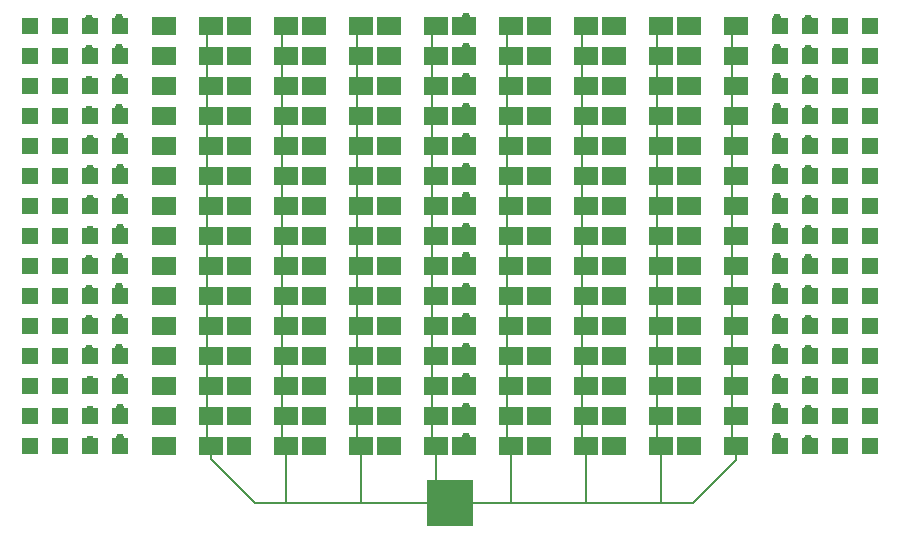
<source format=gtl>
G04 #@! TF.FileFunction,Copper,L1,Top,Signal*
%FSLAX46Y46*%
G04 Gerber Fmt 4.6, Leading zero omitted, Abs format (unit mm)*
G04 Created by KiCad (PCBNEW 4.0.0-rc1-stable) date 09/10/2015 1:57:45 PM*
%MOMM*%
G01*
G04 APERTURE LIST*
%ADD10C,0.150000*%
%ADD11R,3.898900X3.898900*%
%ADD12R,1.399540X1.399540*%
%ADD13R,2.000000X1.600000*%
%ADD14C,0.762000*%
%ADD15C,0.177800*%
G04 APERTURE END LIST*
D10*
D11*
X76200000Y-83566000D03*
D12*
X104140000Y-43180000D03*
X106680000Y-43180000D03*
X109220000Y-43180000D03*
X111760000Y-43180000D03*
X104140000Y-45720000D03*
X106680000Y-45720000D03*
X109220000Y-45720000D03*
X111760000Y-45720000D03*
X104140000Y-48260000D03*
X106680000Y-48260000D03*
X109220000Y-48260000D03*
X111760000Y-48260000D03*
X104140000Y-50800000D03*
X106680000Y-50800000D03*
X109220000Y-50800000D03*
X111760000Y-50800000D03*
X104140000Y-53340000D03*
X106680000Y-53340000D03*
X109220000Y-53340000D03*
X111760000Y-53340000D03*
X104140000Y-55880000D03*
X106680000Y-55880000D03*
X109220000Y-55880000D03*
X111760000Y-55880000D03*
X104140000Y-58420000D03*
X106680000Y-58420000D03*
X109220000Y-58420000D03*
X111760000Y-58420000D03*
X104140000Y-60960000D03*
X106680000Y-60960000D03*
X109220000Y-60960000D03*
X111760000Y-60960000D03*
X104140000Y-63500000D03*
X106680000Y-63500000D03*
X109220000Y-63500000D03*
X111760000Y-63500000D03*
X104140000Y-66040000D03*
X106680000Y-66040000D03*
X109220000Y-66040000D03*
X111760000Y-66040000D03*
X104140000Y-68580000D03*
X106680000Y-68580000D03*
X109220000Y-68580000D03*
X111760000Y-68580000D03*
X104140000Y-71120000D03*
X106680000Y-71120000D03*
X109220000Y-71120000D03*
X111760000Y-71120000D03*
X104140000Y-73660000D03*
X106680000Y-73660000D03*
X109220000Y-73660000D03*
X111760000Y-73660000D03*
X104140000Y-76200000D03*
X106680000Y-76200000D03*
X109220000Y-76200000D03*
X111760000Y-76200000D03*
X104140000Y-78740000D03*
X106680000Y-78740000D03*
X109220000Y-78740000D03*
X111760000Y-78740000D03*
X40640000Y-78740000D03*
X43180000Y-78740000D03*
X45720000Y-78740000D03*
X48260000Y-78740000D03*
X40640000Y-76200000D03*
X43180000Y-76200000D03*
X45720000Y-76200000D03*
X48260000Y-76200000D03*
X40640000Y-73660000D03*
X43180000Y-73660000D03*
X45720000Y-73660000D03*
X48260000Y-73660000D03*
X40640000Y-71120000D03*
X43180000Y-71120000D03*
X45720000Y-71120000D03*
X48260000Y-71120000D03*
X40640000Y-68580000D03*
X43180000Y-68580000D03*
X45720000Y-68580000D03*
X48260000Y-68580000D03*
X40640000Y-66040000D03*
X43180000Y-66040000D03*
X45720000Y-66040000D03*
X48260000Y-66040000D03*
X40640000Y-63500000D03*
X43180000Y-63500000D03*
X45720000Y-63500000D03*
X48260000Y-63500000D03*
X40640000Y-60960000D03*
X43180000Y-60960000D03*
X45720000Y-60960000D03*
X48260000Y-60960000D03*
X40640000Y-58420000D03*
X43180000Y-58420000D03*
X45720000Y-58420000D03*
X48260000Y-58420000D03*
X40640000Y-55880000D03*
X43180000Y-55880000D03*
X45720000Y-55880000D03*
X48260000Y-55880000D03*
X40640000Y-53340000D03*
X43180000Y-53340000D03*
X45720000Y-53340000D03*
X48260000Y-53340000D03*
X40640000Y-50800000D03*
X43180000Y-50800000D03*
X45720000Y-50800000D03*
X48260000Y-50800000D03*
X40640000Y-48260000D03*
X43180000Y-48260000D03*
X45720000Y-48260000D03*
X48260000Y-48260000D03*
X40640000Y-45720000D03*
X43180000Y-45720000D03*
X45720000Y-45720000D03*
X48260000Y-45720000D03*
X40640000Y-43180000D03*
X43180000Y-43180000D03*
X45720000Y-43180000D03*
X48260000Y-43180000D03*
D13*
X77375000Y-43180000D03*
X81375000Y-43180000D03*
X83725000Y-43180000D03*
X87725000Y-43180000D03*
X90075000Y-43180000D03*
X94075000Y-43180000D03*
X96425000Y-43180000D03*
X100425000Y-43180000D03*
X77375000Y-45720000D03*
X81375000Y-45720000D03*
X83725000Y-45720000D03*
X87725000Y-45720000D03*
X90075000Y-45720000D03*
X94075000Y-45720000D03*
X96425000Y-45720000D03*
X100425000Y-45720000D03*
X77375000Y-48260000D03*
X81375000Y-48260000D03*
X83725000Y-48260000D03*
X87725000Y-48260000D03*
X90075000Y-48260000D03*
X94075000Y-48260000D03*
X96425000Y-48260000D03*
X100425000Y-48260000D03*
X77375000Y-50800000D03*
X81375000Y-50800000D03*
X83725000Y-50800000D03*
X87725000Y-50800000D03*
X90075000Y-50800000D03*
X94075000Y-50800000D03*
X96425000Y-50800000D03*
X100425000Y-50800000D03*
X77375000Y-53340000D03*
X81375000Y-53340000D03*
X83725000Y-53340000D03*
X87725000Y-53340000D03*
X90075000Y-53340000D03*
X94075000Y-53340000D03*
X96425000Y-53340000D03*
X100425000Y-53340000D03*
X77375000Y-55880000D03*
X81375000Y-55880000D03*
X83725000Y-55880000D03*
X87725000Y-55880000D03*
X90075000Y-55880000D03*
X94075000Y-55880000D03*
X96425000Y-55880000D03*
X100425000Y-55880000D03*
X77375000Y-58420000D03*
X81375000Y-58420000D03*
X83725000Y-58420000D03*
X87725000Y-58420000D03*
X90075000Y-58420000D03*
X94075000Y-58420000D03*
X96425000Y-58420000D03*
X100425000Y-58420000D03*
X77375000Y-60960000D03*
X81375000Y-60960000D03*
X83725000Y-60960000D03*
X87725000Y-60960000D03*
X90075000Y-60960000D03*
X94075000Y-60960000D03*
X96425000Y-60960000D03*
X100425000Y-60960000D03*
X77375000Y-63500000D03*
X81375000Y-63500000D03*
X83725000Y-63500000D03*
X87725000Y-63500000D03*
X90075000Y-63500000D03*
X94075000Y-63500000D03*
X96425000Y-63500000D03*
X100425000Y-63500000D03*
X77375000Y-66040000D03*
X81375000Y-66040000D03*
X83725000Y-66040000D03*
X87725000Y-66040000D03*
X90075000Y-66040000D03*
X94075000Y-66040000D03*
X96425000Y-66040000D03*
X100425000Y-66040000D03*
X77375000Y-68580000D03*
X81375000Y-68580000D03*
X83725000Y-68580000D03*
X87725000Y-68580000D03*
X90075000Y-68580000D03*
X94075000Y-68580000D03*
X96425000Y-68580000D03*
X100425000Y-68580000D03*
X77375000Y-71120000D03*
X81375000Y-71120000D03*
X83725000Y-71120000D03*
X87725000Y-71120000D03*
X90075000Y-71120000D03*
X94075000Y-71120000D03*
X96425000Y-71120000D03*
X100425000Y-71120000D03*
X77375000Y-73660000D03*
X81375000Y-73660000D03*
X83725000Y-73660000D03*
X87725000Y-73660000D03*
X90075000Y-73660000D03*
X94075000Y-73660000D03*
X96425000Y-73660000D03*
X100425000Y-73660000D03*
X77375000Y-76200000D03*
X81375000Y-76200000D03*
X83725000Y-76200000D03*
X87725000Y-76200000D03*
X90075000Y-76200000D03*
X94075000Y-76200000D03*
X96425000Y-76200000D03*
X100425000Y-76200000D03*
X77375000Y-78740000D03*
X81375000Y-78740000D03*
X83725000Y-78740000D03*
X87725000Y-78740000D03*
X90075000Y-78740000D03*
X94075000Y-78740000D03*
X96425000Y-78740000D03*
X100425000Y-78740000D03*
X51975000Y-78740000D03*
X55975000Y-78740000D03*
X58325000Y-78740000D03*
X62325000Y-78740000D03*
X64675000Y-78740000D03*
X68675000Y-78740000D03*
X71025000Y-78740000D03*
X75025000Y-78740000D03*
X51975000Y-76200000D03*
X55975000Y-76200000D03*
X58325000Y-76200000D03*
X62325000Y-76200000D03*
X64675000Y-76200000D03*
X68675000Y-76200000D03*
X71025000Y-76200000D03*
X75025000Y-76200000D03*
X51975000Y-73660000D03*
X55975000Y-73660000D03*
X58325000Y-73660000D03*
X62325000Y-73660000D03*
X64675000Y-73660000D03*
X68675000Y-73660000D03*
X71025000Y-73660000D03*
X75025000Y-73660000D03*
X51975000Y-71120000D03*
X55975000Y-71120000D03*
X58325000Y-71120000D03*
X62325000Y-71120000D03*
X64675000Y-71120000D03*
X68675000Y-71120000D03*
X71025000Y-71120000D03*
X75025000Y-71120000D03*
X51975000Y-68580000D03*
X55975000Y-68580000D03*
X58325000Y-68580000D03*
X62325000Y-68580000D03*
X64675000Y-68580000D03*
X68675000Y-68580000D03*
X71025000Y-68580000D03*
X75025000Y-68580000D03*
X51975000Y-66040000D03*
X55975000Y-66040000D03*
X58325000Y-66040000D03*
X62325000Y-66040000D03*
X64675000Y-66040000D03*
X68675000Y-66040000D03*
X71025000Y-66040000D03*
X75025000Y-66040000D03*
X51975000Y-63500000D03*
X55975000Y-63500000D03*
X58325000Y-63500000D03*
X62325000Y-63500000D03*
X64675000Y-63500000D03*
X68675000Y-63500000D03*
X71025000Y-63500000D03*
X75025000Y-63500000D03*
X51975000Y-60960000D03*
X55975000Y-60960000D03*
X58325000Y-60960000D03*
X62325000Y-60960000D03*
X64675000Y-60960000D03*
X68675000Y-60960000D03*
X71025000Y-60960000D03*
X75025000Y-60960000D03*
X51975000Y-58420000D03*
X55975000Y-58420000D03*
X58325000Y-58420000D03*
X62325000Y-58420000D03*
X64675000Y-58420000D03*
X68675000Y-58420000D03*
X71025000Y-58420000D03*
X75025000Y-58420000D03*
X51975000Y-55880000D03*
X55975000Y-55880000D03*
X58325000Y-55880000D03*
X62325000Y-55880000D03*
X64675000Y-55880000D03*
X68675000Y-55880000D03*
X71025000Y-55880000D03*
X75025000Y-55880000D03*
X51975000Y-53340000D03*
X55975000Y-53340000D03*
X58325000Y-53340000D03*
X62325000Y-53340000D03*
X64675000Y-53340000D03*
X68675000Y-53340000D03*
X71025000Y-53340000D03*
X75025000Y-53340000D03*
X51975000Y-50800000D03*
X55975000Y-50800000D03*
X58325000Y-50800000D03*
X62325000Y-50800000D03*
X64675000Y-50800000D03*
X68675000Y-50800000D03*
X71025000Y-50800000D03*
X75025000Y-50800000D03*
X51975000Y-48260000D03*
X55975000Y-48260000D03*
X58325000Y-48260000D03*
X62325000Y-48260000D03*
X64675000Y-48260000D03*
X68675000Y-48260000D03*
X71025000Y-48260000D03*
X75025000Y-48260000D03*
X51975000Y-45720000D03*
X55975000Y-45720000D03*
X58325000Y-45720000D03*
X62325000Y-45720000D03*
X64675000Y-45720000D03*
X68675000Y-45720000D03*
X71025000Y-45720000D03*
X75025000Y-45720000D03*
X51975000Y-43180000D03*
X55975000Y-43180000D03*
X58325000Y-43180000D03*
X62325000Y-43180000D03*
X64675000Y-43180000D03*
X68675000Y-43180000D03*
X71025000Y-43180000D03*
X75025000Y-43180000D03*
D14*
X103950000Y-42450000D03*
X77614780Y-42397520D03*
X84074000Y-43180000D03*
X106500000Y-42600000D03*
X90424000Y-43180000D03*
X109250000Y-42950000D03*
X96750000Y-43600000D03*
X111760000Y-43180000D03*
X77614780Y-44947520D03*
X103950000Y-45000000D03*
X106500000Y-45150000D03*
X84074000Y-45730000D03*
X109250000Y-45500000D03*
X90424000Y-45730000D03*
X111760000Y-45730000D03*
X96750000Y-46150000D03*
X77614780Y-47447520D03*
X103950000Y-47500000D03*
X106500000Y-47650000D03*
X84074000Y-48230000D03*
X109250000Y-48000000D03*
X90424000Y-48230000D03*
X111760000Y-48230000D03*
X96750000Y-48650000D03*
X103950000Y-50050000D03*
X77614780Y-49997520D03*
X84074000Y-50780000D03*
X106500000Y-50200000D03*
X90424000Y-50780000D03*
X109250000Y-50550000D03*
X96750000Y-51200000D03*
X111760000Y-50780000D03*
X77614780Y-52547520D03*
X103950000Y-52600000D03*
X106500000Y-52750000D03*
X84074000Y-53330000D03*
X109250000Y-53100000D03*
X90424000Y-53330000D03*
X111760000Y-53330000D03*
X96750000Y-53750000D03*
X103950000Y-55150000D03*
X77614780Y-55097520D03*
X84074000Y-55880000D03*
X106500000Y-55300000D03*
X90424000Y-55880000D03*
X109250000Y-55650000D03*
X96750000Y-56300000D03*
X111760000Y-55880000D03*
X103950000Y-57650000D03*
X77614780Y-57597520D03*
X84074000Y-58380000D03*
X106500000Y-57800000D03*
X90424000Y-58380000D03*
X109250000Y-58150000D03*
X96750000Y-58800000D03*
X111760000Y-58380000D03*
X77614780Y-60147520D03*
X103950000Y-60200000D03*
X106500000Y-60350000D03*
X84074000Y-60930000D03*
X109250000Y-60700000D03*
X90424000Y-60930000D03*
X111760000Y-60930000D03*
X96750000Y-61350000D03*
X77614780Y-62647520D03*
X103950000Y-62700000D03*
X106500000Y-62850000D03*
X84074000Y-63430000D03*
X109250000Y-63200000D03*
X90424000Y-63430000D03*
X111760000Y-63430000D03*
X96750000Y-63850000D03*
X103950000Y-65300000D03*
X77614780Y-65247520D03*
X84074000Y-66030000D03*
X106500000Y-65450000D03*
X90424000Y-66030000D03*
X109250000Y-65800000D03*
X96750000Y-66450000D03*
X111760000Y-66030000D03*
X77614780Y-67797520D03*
X103950000Y-67850000D03*
X106500000Y-68000000D03*
X84074000Y-68580000D03*
X109250000Y-68350000D03*
X90424000Y-68580000D03*
X111760000Y-68580000D03*
X96750000Y-69000000D03*
X103950000Y-70400000D03*
X77614780Y-70347520D03*
X84074000Y-71130000D03*
X106500000Y-70550000D03*
X90424000Y-71130000D03*
X109250000Y-70900000D03*
X96750000Y-71550000D03*
X111760000Y-71130000D03*
X77614780Y-72897520D03*
X103950000Y-72950000D03*
X106500000Y-73100000D03*
X84074000Y-73680000D03*
X109250000Y-73450000D03*
X90424000Y-73680000D03*
X111760000Y-73680000D03*
X96750000Y-74100000D03*
X103950000Y-75450000D03*
X77614780Y-75397520D03*
X106500000Y-75600000D03*
X84074000Y-76180000D03*
X109250000Y-75950000D03*
X90424000Y-76180000D03*
X111760000Y-76180000D03*
X96750000Y-76600000D03*
X103950000Y-78000000D03*
X77614780Y-77947520D03*
X84074000Y-78730000D03*
X106500000Y-78150000D03*
X90424000Y-78730000D03*
X109250000Y-78500000D03*
X96750000Y-79150000D03*
X111760000Y-78730000D03*
X52400000Y-79100000D03*
X40690000Y-78780000D03*
X58724000Y-78780000D03*
X43150000Y-78450000D03*
X65074000Y-78780000D03*
X65074000Y-78780000D03*
X45750000Y-78200000D03*
X71424000Y-78780000D03*
X71424000Y-78780000D03*
X48250000Y-78050000D03*
X71424000Y-78780000D03*
X52400000Y-76550000D03*
X40690000Y-76230000D03*
X58724000Y-76230000D03*
X43150000Y-75900000D03*
X65074000Y-76230000D03*
X65074000Y-76230000D03*
X45750000Y-75650000D03*
X48250000Y-75500000D03*
X71424000Y-76230000D03*
X71424000Y-76230000D03*
X71424000Y-76230000D03*
X40690000Y-73680000D03*
X52400000Y-74000000D03*
X43150000Y-73350000D03*
X58724000Y-73680000D03*
X65074000Y-73680000D03*
X45750000Y-73100000D03*
X65074000Y-73680000D03*
X71424000Y-73680000D03*
X71424000Y-73680000D03*
X71424000Y-73680000D03*
X48250000Y-72950000D03*
X40640000Y-71130000D03*
X52350000Y-71450000D03*
X43100000Y-70800000D03*
X58674000Y-71130000D03*
X65024000Y-71130000D03*
X45700000Y-70550000D03*
X65024000Y-71130000D03*
X71374000Y-71130000D03*
X71374000Y-71130000D03*
X71374000Y-71130000D03*
X48200000Y-70400000D03*
X52350000Y-68900000D03*
X40640000Y-68580000D03*
X58674000Y-68580000D03*
X43100000Y-68250000D03*
X65024000Y-68580000D03*
X65024000Y-68580000D03*
X45700000Y-68000000D03*
X48200000Y-67850000D03*
X71374000Y-68580000D03*
X71374000Y-68580000D03*
X71374000Y-68580000D03*
X52350000Y-66350000D03*
X40640000Y-66030000D03*
X58674000Y-66030000D03*
X43100000Y-65700000D03*
X65024000Y-66030000D03*
X65024000Y-66030000D03*
X45700000Y-65450000D03*
X71374000Y-66030000D03*
X71374000Y-66030000D03*
X48200000Y-65300000D03*
X71374000Y-66030000D03*
X40640000Y-63480000D03*
X52350000Y-63800000D03*
X43100000Y-63150000D03*
X58674000Y-63480000D03*
X65024000Y-63480000D03*
X45700000Y-62900000D03*
X65024000Y-63480000D03*
X71374000Y-63480000D03*
X71374000Y-63480000D03*
X71374000Y-63480000D03*
X48200000Y-62750000D03*
X40690000Y-60980000D03*
X52400000Y-61300000D03*
X43150000Y-60650000D03*
X58724000Y-60980000D03*
X65074000Y-60980000D03*
X45750000Y-60400000D03*
X65074000Y-60980000D03*
X71424000Y-60980000D03*
X48250000Y-60250000D03*
X71424000Y-60980000D03*
X71424000Y-60980000D03*
X52400000Y-58750000D03*
X40690000Y-58430000D03*
X58724000Y-58430000D03*
X43150000Y-58100000D03*
X65074000Y-58430000D03*
X65074000Y-58430000D03*
X45750000Y-57850000D03*
X71424000Y-58430000D03*
X71424000Y-58430000D03*
X48250000Y-57700000D03*
X71424000Y-58430000D03*
X52400000Y-56200000D03*
X40690000Y-55880000D03*
X58724000Y-55880000D03*
X43150000Y-55550000D03*
X65074000Y-55880000D03*
X65074000Y-55880000D03*
X45750000Y-55300000D03*
X71424000Y-55880000D03*
X71424000Y-55880000D03*
X48250000Y-55150000D03*
X71424000Y-55880000D03*
X40690000Y-53330000D03*
X52400000Y-53650000D03*
X43150000Y-53000000D03*
X58724000Y-53330000D03*
X65074000Y-53330000D03*
X45750000Y-52750000D03*
X65074000Y-53330000D03*
X71424000Y-53330000D03*
X71424000Y-53330000D03*
X71424000Y-53330000D03*
X48250000Y-52600000D03*
X52350000Y-51150000D03*
X40640000Y-50830000D03*
X58674000Y-50830000D03*
X43100000Y-50500000D03*
X65024000Y-50830000D03*
X65024000Y-50830000D03*
X45700000Y-50250000D03*
X71374000Y-50830000D03*
X71374000Y-50830000D03*
X48200000Y-50100000D03*
X71374000Y-50830000D03*
X40640000Y-48280000D03*
X52350000Y-48600000D03*
X43100000Y-47950000D03*
X58674000Y-48280000D03*
X45700000Y-47700000D03*
X65024000Y-48280000D03*
X65024000Y-48280000D03*
X71374000Y-48280000D03*
X71374000Y-48280000D03*
X71374000Y-48280000D03*
X48200000Y-47550000D03*
X40640000Y-45730000D03*
X52350000Y-46050000D03*
X43100000Y-45400000D03*
X58674000Y-45730000D03*
X65024000Y-45730000D03*
X45700000Y-45150000D03*
X65024000Y-45730000D03*
X71374000Y-45730000D03*
X71374000Y-45730000D03*
X71374000Y-45730000D03*
X48200000Y-45000000D03*
X52350000Y-43500000D03*
X40640000Y-43180000D03*
X58674000Y-43180000D03*
X43100000Y-42850000D03*
X65024000Y-43180000D03*
X65024000Y-43180000D03*
X45700000Y-42600000D03*
X71374000Y-43180000D03*
X71374000Y-43180000D03*
X48200000Y-42450000D03*
X71374000Y-43180000D03*
D15*
X77375000Y-43180000D02*
X77375000Y-42637300D01*
X77375000Y-42637300D02*
X77614780Y-42397520D01*
X77614780Y-42397520D02*
X77375000Y-43180000D01*
X103950000Y-42450000D02*
X104040000Y-42540000D01*
X104040000Y-42805000D02*
X104040000Y-42540000D01*
X81375000Y-78740000D02*
X81375000Y-83566000D01*
X81375000Y-83566000D02*
X81280000Y-83566000D01*
X87725000Y-78740000D02*
X87725000Y-83566000D01*
X87725000Y-83566000D02*
X87630000Y-83566000D01*
X94075000Y-78740000D02*
X94075000Y-83566000D01*
X94075000Y-83566000D02*
X93980000Y-83566000D01*
X76200000Y-83566000D02*
X81280000Y-83566000D01*
X81280000Y-83566000D02*
X87630000Y-83566000D01*
X87630000Y-83566000D02*
X93980000Y-83566000D01*
X93980000Y-83566000D02*
X96774000Y-83566000D01*
X100425000Y-79915000D02*
X100425000Y-78740000D01*
X96774000Y-83566000D02*
X100425000Y-79915000D01*
X75025000Y-78740000D02*
X75025000Y-82391000D01*
X75025000Y-82391000D02*
X76200000Y-83566000D01*
X68675000Y-78740000D02*
X68675000Y-83566000D01*
X68675000Y-83566000D02*
X68580000Y-83566000D01*
X62325000Y-78740000D02*
X62325000Y-83566000D01*
X62325000Y-83566000D02*
X62484000Y-83566000D01*
X76200000Y-83566000D02*
X68580000Y-83566000D01*
X68580000Y-83566000D02*
X62484000Y-83566000D01*
X62484000Y-83566000D02*
X59690000Y-83566000D01*
X55975000Y-79851000D02*
X55975000Y-78740000D01*
X59690000Y-83566000D02*
X55975000Y-79851000D01*
X55626000Y-76200000D02*
X55626000Y-78740000D01*
X55626000Y-73660000D02*
X55626000Y-76200000D01*
X55626000Y-71120000D02*
X55626000Y-73660000D01*
X55626000Y-68580000D02*
X55626000Y-71120000D01*
X55626000Y-66040000D02*
X55626000Y-68580000D01*
X55626000Y-63500000D02*
X55626000Y-66040000D01*
X55626000Y-60960000D02*
X55626000Y-63500000D01*
X55626000Y-58420000D02*
X55626000Y-60960000D01*
X55626000Y-55880000D02*
X55626000Y-58420000D01*
X55626000Y-53340000D02*
X55626000Y-55880000D01*
X55626000Y-50800000D02*
X55626000Y-53340000D01*
X55626000Y-48260000D02*
X55626000Y-50800000D01*
X55626000Y-45720000D02*
X55626000Y-48260000D01*
X55626000Y-43180000D02*
X55626000Y-45720000D01*
X61976000Y-43180000D02*
X61976000Y-45720000D01*
X61976000Y-45720000D02*
X61976000Y-48260000D01*
X61976000Y-48260000D02*
X61976000Y-50800000D01*
X61976000Y-50800000D02*
X61976000Y-53340000D01*
X61976000Y-53340000D02*
X61976000Y-55880000D01*
X61976000Y-55880000D02*
X61976000Y-58420000D01*
X61976000Y-58420000D02*
X61976000Y-60960000D01*
X61976000Y-60960000D02*
X61976000Y-63500000D01*
X61976000Y-63500000D02*
X61976000Y-66040000D01*
X61976000Y-66040000D02*
X61976000Y-68580000D01*
X61976000Y-68580000D02*
X61976000Y-71120000D01*
X61976000Y-71120000D02*
X61976000Y-73660000D01*
X61976000Y-73660000D02*
X61976000Y-76200000D01*
X61976000Y-76200000D02*
X61976000Y-78740000D01*
X68326000Y-76200000D02*
X68326000Y-78740000D01*
X68326000Y-73660000D02*
X68326000Y-76200000D01*
X68326000Y-71120000D02*
X68326000Y-73660000D01*
X68326000Y-68580000D02*
X68326000Y-71120000D01*
X68326000Y-66040000D02*
X68326000Y-68580000D01*
X68326000Y-63500000D02*
X68326000Y-66040000D01*
X68326000Y-60960000D02*
X68326000Y-63500000D01*
X68326000Y-58420000D02*
X68326000Y-60960000D01*
X68326000Y-55880000D02*
X68326000Y-58420000D01*
X68326000Y-53340000D02*
X68326000Y-55880000D01*
X68326000Y-50800000D02*
X68326000Y-53340000D01*
X68326000Y-48260000D02*
X68326000Y-50800000D01*
X68326000Y-45720000D02*
X68326000Y-48260000D01*
X68326000Y-43180000D02*
X68326000Y-45720000D01*
X74676000Y-43180000D02*
X74676000Y-45720000D01*
X74676000Y-45720000D02*
X74676000Y-48260000D01*
X74676000Y-48260000D02*
X74676000Y-50800000D01*
X74676000Y-50800000D02*
X74676000Y-53340000D01*
X74676000Y-53340000D02*
X74676000Y-55880000D01*
X74676000Y-55880000D02*
X74676000Y-58420000D01*
X74676000Y-58420000D02*
X74676000Y-60960000D01*
X74676000Y-60960000D02*
X74676000Y-63500000D01*
X74676000Y-63500000D02*
X74676000Y-66040000D01*
X74676000Y-66040000D02*
X74676000Y-68580000D01*
X74676000Y-68580000D02*
X74676000Y-71120000D01*
X74676000Y-71120000D02*
X74676000Y-73660000D01*
X74676000Y-73660000D02*
X74676000Y-76200000D01*
X74676000Y-76200000D02*
X74676000Y-78740000D01*
X81026000Y-76200000D02*
X81026000Y-78740000D01*
X81026000Y-73660000D02*
X81026000Y-76200000D01*
X81026000Y-71120000D02*
X81026000Y-73660000D01*
X81026000Y-68580000D02*
X81026000Y-71120000D01*
X81026000Y-66040000D02*
X81026000Y-68580000D01*
X81026000Y-63500000D02*
X81026000Y-66040000D01*
X81026000Y-60960000D02*
X81026000Y-63500000D01*
X81026000Y-58420000D02*
X81026000Y-60960000D01*
X81026000Y-55880000D02*
X81026000Y-58420000D01*
X81026000Y-53340000D02*
X81026000Y-55880000D01*
X81026000Y-50800000D02*
X81026000Y-53340000D01*
X81026000Y-48260000D02*
X81026000Y-50800000D01*
X81026000Y-45720000D02*
X81026000Y-48260000D01*
X81026000Y-43180000D02*
X81026000Y-45720000D01*
X87376000Y-76200000D02*
X87376000Y-78740000D01*
X87376000Y-73660000D02*
X87376000Y-76200000D01*
X87376000Y-71120000D02*
X87376000Y-73660000D01*
X87376000Y-68580000D02*
X87376000Y-71120000D01*
X87376000Y-66040000D02*
X87376000Y-68580000D01*
X87376000Y-63500000D02*
X87376000Y-66040000D01*
X87376000Y-60960000D02*
X87376000Y-63500000D01*
X87376000Y-58420000D02*
X87376000Y-60960000D01*
X87376000Y-55880000D02*
X87376000Y-58420000D01*
X87376000Y-53340000D02*
X87376000Y-55880000D01*
X87376000Y-50800000D02*
X87376000Y-53340000D01*
X87376000Y-48260000D02*
X87376000Y-50800000D01*
X87376000Y-45720000D02*
X87376000Y-48260000D01*
X87376000Y-43180000D02*
X87376000Y-45720000D01*
X93726000Y-76200000D02*
X93726000Y-78740000D01*
X93726000Y-73660000D02*
X93726000Y-76200000D01*
X93726000Y-71120000D02*
X93726000Y-73660000D01*
X93726000Y-68580000D02*
X93726000Y-71120000D01*
X93726000Y-66040000D02*
X93726000Y-68580000D01*
X93726000Y-63500000D02*
X93726000Y-66040000D01*
X93726000Y-60960000D02*
X93726000Y-63500000D01*
X93726000Y-58420000D02*
X93726000Y-60960000D01*
X93726000Y-55880000D02*
X93726000Y-58420000D01*
X93726000Y-53340000D02*
X93726000Y-55880000D01*
X93726000Y-50800000D02*
X93726000Y-53340000D01*
X93726000Y-48260000D02*
X93726000Y-50800000D01*
X93726000Y-45720000D02*
X93726000Y-48260000D01*
X93726000Y-43180000D02*
X93726000Y-45720000D01*
X100076000Y-76200000D02*
X100076000Y-78740000D01*
X100076000Y-73660000D02*
X100076000Y-76200000D01*
X100076000Y-71120000D02*
X100076000Y-73660000D01*
X100076000Y-68580000D02*
X100076000Y-71120000D01*
X100076000Y-66040000D02*
X100076000Y-68580000D01*
X100076000Y-63500000D02*
X100076000Y-66040000D01*
X100076000Y-60960000D02*
X100076000Y-63500000D01*
X100076000Y-58420000D02*
X100076000Y-60960000D01*
X100076000Y-55880000D02*
X100076000Y-58420000D01*
X100076000Y-53340000D02*
X100076000Y-55880000D01*
X100076000Y-50800000D02*
X100076000Y-53340000D01*
X100076000Y-48260000D02*
X100076000Y-50800000D01*
X100076000Y-45720000D02*
X100076000Y-48260000D01*
X100076000Y-43180000D02*
X100076000Y-45720000D01*
X74676000Y-85090000D02*
X74650000Y-85064000D01*
X74650000Y-85064000D02*
X74650000Y-85050000D01*
X74650000Y-85050000D02*
X74650000Y-85090000D01*
X100100000Y-78764000D02*
X100076000Y-78740000D01*
X106500000Y-42600000D02*
X106680000Y-42780000D01*
X109220000Y-43180000D02*
X109220000Y-42980000D01*
X109250000Y-42950000D02*
X109220000Y-42980000D01*
X96750000Y-43600000D02*
X96774000Y-43576000D01*
X96774000Y-43180000D02*
X96774000Y-43576000D01*
X104040000Y-45355000D02*
X104040000Y-45090000D01*
X103950000Y-45000000D02*
X104040000Y-45090000D01*
X106500000Y-45150000D02*
X106680000Y-45330000D01*
X109250000Y-45500000D02*
X109220000Y-45530000D01*
X109220000Y-45730000D02*
X109220000Y-45530000D01*
X96774000Y-45730000D02*
X96774000Y-46126000D01*
X96750000Y-46150000D02*
X96774000Y-46126000D01*
X77375000Y-48260000D02*
X77375000Y-47687300D01*
X77375000Y-47687300D02*
X77614780Y-47447520D01*
X104040000Y-47855000D02*
X104040000Y-47590000D01*
X103950000Y-47500000D02*
X104040000Y-47590000D01*
X106500000Y-47650000D02*
X106680000Y-47830000D01*
X109250000Y-48000000D02*
X109220000Y-48030000D01*
X109220000Y-48230000D02*
X109220000Y-48030000D01*
X96774000Y-48230000D02*
X96774000Y-48626000D01*
X96750000Y-48650000D02*
X96774000Y-48626000D01*
X77375000Y-50800000D02*
X77375000Y-50237300D01*
X77375000Y-50237300D02*
X77614780Y-49997520D01*
X103950000Y-50050000D02*
X104040000Y-50140000D01*
X104040000Y-50405000D02*
X104040000Y-50140000D01*
X106500000Y-50200000D02*
X106680000Y-50380000D01*
X109220000Y-50780000D02*
X109220000Y-50580000D01*
X109250000Y-50550000D02*
X109220000Y-50580000D01*
X96750000Y-51200000D02*
X96774000Y-51176000D01*
X96774000Y-50780000D02*
X96774000Y-51176000D01*
X104040000Y-52955000D02*
X104040000Y-52690000D01*
X103950000Y-52600000D02*
X104040000Y-52690000D01*
X106500000Y-52750000D02*
X106680000Y-52930000D01*
X109250000Y-53100000D02*
X109220000Y-53130000D01*
X109220000Y-53330000D02*
X109220000Y-53130000D01*
X96774000Y-53330000D02*
X96774000Y-53726000D01*
X96750000Y-53750000D02*
X96774000Y-53726000D01*
X103950000Y-55150000D02*
X104040000Y-55240000D01*
X104040000Y-55505000D02*
X104040000Y-55240000D01*
X106500000Y-55300000D02*
X106680000Y-55480000D01*
X109220000Y-55880000D02*
X109220000Y-55680000D01*
X109250000Y-55650000D02*
X109220000Y-55680000D01*
X96750000Y-56300000D02*
X96774000Y-56276000D01*
X96774000Y-55880000D02*
X96774000Y-56276000D01*
X77375000Y-58420000D02*
X77375000Y-57837300D01*
X77375000Y-57837300D02*
X77614780Y-57597520D01*
X103950000Y-57650000D02*
X104040000Y-57740000D01*
X104040000Y-58005000D02*
X104040000Y-57740000D01*
X106500000Y-57800000D02*
X106680000Y-57980000D01*
X109220000Y-58380000D02*
X109220000Y-58180000D01*
X109250000Y-58150000D02*
X109220000Y-58180000D01*
X96750000Y-58800000D02*
X96774000Y-58776000D01*
X96774000Y-58380000D02*
X96774000Y-58776000D01*
X77375000Y-60960000D02*
X77375000Y-60387300D01*
X77375000Y-60387300D02*
X77614780Y-60147520D01*
X104040000Y-60555000D02*
X104040000Y-60290000D01*
X103950000Y-60200000D02*
X104040000Y-60290000D01*
X106500000Y-60350000D02*
X106680000Y-60530000D01*
X109250000Y-60700000D02*
X109220000Y-60730000D01*
X109220000Y-60930000D02*
X109220000Y-60730000D01*
X96774000Y-60930000D02*
X96774000Y-61326000D01*
X96750000Y-61350000D02*
X96774000Y-61326000D01*
X77375000Y-63500000D02*
X77375000Y-62887300D01*
X77375000Y-62887300D02*
X77614780Y-62647520D01*
X104040000Y-63055000D02*
X104040000Y-62790000D01*
X103950000Y-62700000D02*
X104040000Y-62790000D01*
X106500000Y-62850000D02*
X106680000Y-63030000D01*
X109250000Y-63200000D02*
X109220000Y-63230000D01*
X109220000Y-63430000D02*
X109220000Y-63230000D01*
X96774000Y-63430000D02*
X96774000Y-63826000D01*
X96750000Y-63850000D02*
X96774000Y-63826000D01*
X103950000Y-65300000D02*
X104040000Y-65390000D01*
X104040000Y-65655000D02*
X104040000Y-65390000D01*
X106500000Y-65450000D02*
X106680000Y-65630000D01*
X109220000Y-66030000D02*
X109220000Y-65830000D01*
X109250000Y-65800000D02*
X109220000Y-65830000D01*
X96750000Y-66450000D02*
X96774000Y-66426000D01*
X96774000Y-66030000D02*
X96774000Y-66426000D01*
X104040000Y-68205000D02*
X104040000Y-67940000D01*
X103950000Y-67850000D02*
X104040000Y-67940000D01*
X106500000Y-68000000D02*
X106680000Y-68180000D01*
X109250000Y-68350000D02*
X109220000Y-68380000D01*
X109220000Y-68580000D02*
X109220000Y-68380000D01*
X96774000Y-68580000D02*
X96774000Y-68976000D01*
X96750000Y-69000000D02*
X96774000Y-68976000D01*
X103950000Y-70400000D02*
X104040000Y-70490000D01*
X104040000Y-70755000D02*
X104040000Y-70490000D01*
X106500000Y-70550000D02*
X106680000Y-70730000D01*
X109220000Y-71130000D02*
X109220000Y-70930000D01*
X109250000Y-70900000D02*
X109220000Y-70930000D01*
X96750000Y-71550000D02*
X96774000Y-71526000D01*
X96774000Y-71130000D02*
X96774000Y-71526000D01*
X104040000Y-73305000D02*
X104040000Y-73040000D01*
X103950000Y-72950000D02*
X104040000Y-73040000D01*
X106500000Y-73100000D02*
X106680000Y-73280000D01*
X109250000Y-73450000D02*
X109220000Y-73480000D01*
X109220000Y-73680000D02*
X109220000Y-73480000D01*
X96774000Y-73680000D02*
X96774000Y-74076000D01*
X96750000Y-74100000D02*
X96774000Y-74076000D01*
X77614780Y-75960220D02*
X77614780Y-75397520D01*
X103950000Y-75450000D02*
X104040000Y-75540000D01*
X77614780Y-75960220D02*
X77375000Y-76200000D01*
X104040000Y-75805000D02*
X104040000Y-75540000D01*
X106500000Y-75600000D02*
X106680000Y-75780000D01*
X109250000Y-75950000D02*
X109220000Y-75980000D01*
X109220000Y-76180000D02*
X109220000Y-75980000D01*
X96774000Y-76180000D02*
X96774000Y-76576000D01*
X96750000Y-76600000D02*
X96774000Y-76576000D01*
X103950000Y-78000000D02*
X104040000Y-78090000D01*
X104040000Y-78355000D02*
X104040000Y-78090000D01*
X106500000Y-78150000D02*
X106680000Y-78330000D01*
X109220000Y-78730000D02*
X109220000Y-78530000D01*
X109250000Y-78500000D02*
X109220000Y-78530000D01*
X96750000Y-79150000D02*
X96774000Y-79126000D01*
X96774000Y-78730000D02*
X96774000Y-79126000D01*
X52400000Y-79100000D02*
X52374000Y-79074000D01*
X52374000Y-78780000D02*
X52374000Y-79074000D01*
X43230000Y-78530000D02*
X43230000Y-78780000D01*
X43150000Y-78450000D02*
X43230000Y-78530000D01*
X45750000Y-78200000D02*
X45770000Y-78220000D01*
X45770000Y-78780000D02*
X45770000Y-78220000D01*
X48250000Y-78050000D02*
X48310000Y-78110000D01*
X48310000Y-78130000D02*
X48310000Y-78110000D01*
X52400000Y-76550000D02*
X52374000Y-76524000D01*
X52374000Y-76230000D02*
X52374000Y-76524000D01*
X43230000Y-75980000D02*
X43230000Y-76230000D01*
X43150000Y-75900000D02*
X43230000Y-75980000D01*
X45750000Y-75650000D02*
X45770000Y-75670000D01*
X45770000Y-76230000D02*
X45770000Y-75670000D01*
X48250000Y-75500000D02*
X48310000Y-75560000D01*
X48310000Y-75580000D02*
X48310000Y-75560000D01*
X52374000Y-73680000D02*
X52374000Y-73974000D01*
X52400000Y-74000000D02*
X52374000Y-73974000D01*
X43150000Y-73350000D02*
X43230000Y-73430000D01*
X43230000Y-73430000D02*
X43230000Y-73680000D01*
X45770000Y-73680000D02*
X45770000Y-73120000D01*
X45750000Y-73100000D02*
X45770000Y-73120000D01*
X48310000Y-73030000D02*
X48310000Y-73010000D01*
X48250000Y-72950000D02*
X48310000Y-73010000D01*
X52324000Y-71130000D02*
X52324000Y-71424000D01*
X52350000Y-71450000D02*
X52324000Y-71424000D01*
X43100000Y-70800000D02*
X43180000Y-70880000D01*
X43180000Y-70880000D02*
X43180000Y-71130000D01*
X45720000Y-71130000D02*
X45720000Y-70570000D01*
X45700000Y-70550000D02*
X45720000Y-70570000D01*
X48260000Y-70480000D02*
X48260000Y-70460000D01*
X48200000Y-70400000D02*
X48260000Y-70460000D01*
X52350000Y-68900000D02*
X52324000Y-68874000D01*
X52324000Y-68580000D02*
X52324000Y-68874000D01*
X43180000Y-68330000D02*
X43180000Y-68580000D01*
X43100000Y-68250000D02*
X43180000Y-68330000D01*
X45700000Y-68000000D02*
X45720000Y-68020000D01*
X45720000Y-68580000D02*
X45720000Y-68020000D01*
X48200000Y-67850000D02*
X48260000Y-67910000D01*
X48260000Y-67930000D02*
X48260000Y-67910000D01*
X52350000Y-66350000D02*
X52324000Y-66324000D01*
X52324000Y-66030000D02*
X52324000Y-66324000D01*
X43180000Y-65780000D02*
X43180000Y-66030000D01*
X43100000Y-65700000D02*
X43180000Y-65780000D01*
X45700000Y-65450000D02*
X45720000Y-65470000D01*
X45720000Y-66030000D02*
X45720000Y-65470000D01*
X48200000Y-65300000D02*
X48260000Y-65360000D01*
X48260000Y-65380000D02*
X48260000Y-65360000D01*
X52324000Y-63480000D02*
X52324000Y-63774000D01*
X52350000Y-63800000D02*
X52324000Y-63774000D01*
X43100000Y-63150000D02*
X43180000Y-63230000D01*
X43180000Y-63230000D02*
X43180000Y-63480000D01*
X45720000Y-63480000D02*
X45720000Y-62920000D01*
X45700000Y-62900000D02*
X45720000Y-62920000D01*
X48260000Y-62830000D02*
X48260000Y-62810000D01*
X48200000Y-62750000D02*
X48260000Y-62810000D01*
X52374000Y-60980000D02*
X52374000Y-61274000D01*
X52400000Y-61300000D02*
X52374000Y-61274000D01*
X43150000Y-60650000D02*
X43230000Y-60730000D01*
X43230000Y-60730000D02*
X43230000Y-60980000D01*
X45770000Y-60980000D02*
X45770000Y-60420000D01*
X45750000Y-60400000D02*
X45770000Y-60420000D01*
X48310000Y-60330000D02*
X48310000Y-60310000D01*
X48250000Y-60250000D02*
X48310000Y-60310000D01*
X52400000Y-58750000D02*
X52374000Y-58724000D01*
X52374000Y-58430000D02*
X52374000Y-58724000D01*
X43230000Y-58180000D02*
X43230000Y-58430000D01*
X43150000Y-58100000D02*
X43230000Y-58180000D01*
X45750000Y-57850000D02*
X45770000Y-57870000D01*
X45770000Y-58430000D02*
X45770000Y-57870000D01*
X48250000Y-57700000D02*
X48310000Y-57760000D01*
X48310000Y-57780000D02*
X48310000Y-57760000D01*
X52400000Y-56200000D02*
X52374000Y-56174000D01*
X52374000Y-55880000D02*
X52374000Y-56174000D01*
X43230000Y-55630000D02*
X43230000Y-55880000D01*
X43150000Y-55550000D02*
X43230000Y-55630000D01*
X45750000Y-55300000D02*
X45770000Y-55320000D01*
X45770000Y-55880000D02*
X45770000Y-55320000D01*
X48250000Y-55150000D02*
X48310000Y-55210000D01*
X48310000Y-55230000D02*
X48310000Y-55210000D01*
X52374000Y-53330000D02*
X52374000Y-53624000D01*
X52400000Y-53650000D02*
X52374000Y-53624000D01*
X43150000Y-53000000D02*
X43230000Y-53080000D01*
X43230000Y-53080000D02*
X43230000Y-53330000D01*
X45770000Y-53330000D02*
X45770000Y-52770000D01*
X45750000Y-52750000D02*
X45770000Y-52770000D01*
X48310000Y-52680000D02*
X48310000Y-52660000D01*
X48250000Y-52600000D02*
X48310000Y-52660000D01*
X52350000Y-51150000D02*
X52324000Y-51124000D01*
X52324000Y-50830000D02*
X52324000Y-51124000D01*
X43180000Y-50580000D02*
X43180000Y-50830000D01*
X43100000Y-50500000D02*
X43180000Y-50580000D01*
X45700000Y-50250000D02*
X45720000Y-50270000D01*
X45720000Y-50830000D02*
X45720000Y-50270000D01*
X48200000Y-50100000D02*
X48260000Y-50160000D01*
X48260000Y-50180000D02*
X48260000Y-50160000D01*
X52324000Y-48280000D02*
X52324000Y-48574000D01*
X52350000Y-48600000D02*
X52324000Y-48574000D01*
X43100000Y-47950000D02*
X43180000Y-48030000D01*
X43180000Y-48030000D02*
X43180000Y-48280000D01*
X45720000Y-48280000D02*
X45720000Y-47720000D01*
X45700000Y-47700000D02*
X45720000Y-47720000D01*
X48260000Y-47630000D02*
X48260000Y-47610000D01*
X48200000Y-47550000D02*
X48260000Y-47610000D01*
X52324000Y-45730000D02*
X52324000Y-46024000D01*
X52350000Y-46050000D02*
X52324000Y-46024000D01*
X43100000Y-45400000D02*
X43180000Y-45480000D01*
X43180000Y-45480000D02*
X43180000Y-45730000D01*
X45720000Y-45730000D02*
X45720000Y-45170000D01*
X45700000Y-45150000D02*
X45720000Y-45170000D01*
X48260000Y-45080000D02*
X48260000Y-45060000D01*
X48200000Y-45000000D02*
X48260000Y-45060000D01*
X52350000Y-43500000D02*
X52324000Y-43474000D01*
X52324000Y-43180000D02*
X52324000Y-43474000D01*
X43180000Y-42930000D02*
X43180000Y-43180000D01*
X43100000Y-42850000D02*
X43180000Y-42930000D01*
X45700000Y-42600000D02*
X45720000Y-42620000D01*
X45720000Y-43180000D02*
X45720000Y-42620000D01*
X48200000Y-42450000D02*
X48260000Y-42510000D01*
X48260000Y-42530000D02*
X48260000Y-42510000D01*
M02*

</source>
